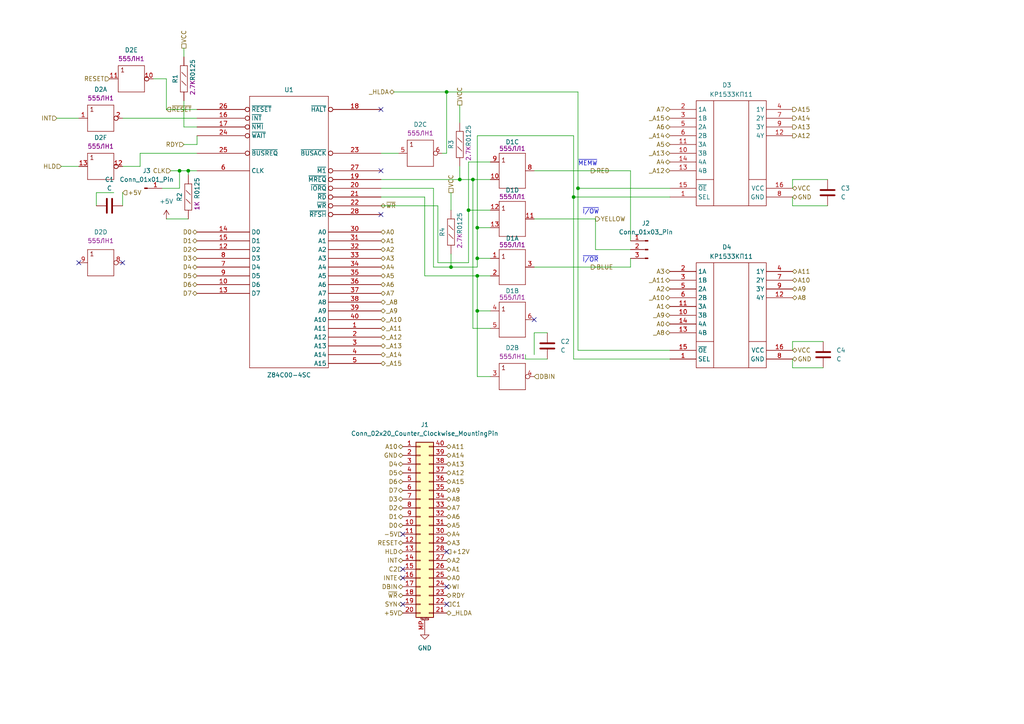
<source format=kicad_sch>
(kicad_sch (version 20250114) (generator "eeschema") (generator_version "9.0")
  (paper "A4")
  (lib_symbols
    (symbol "Connector:Conn_01x01_Pin" (pin_names (offset 1.016) (hide yes))
      (property "Reference" "J" (at 0 2.54 0))
      (property "Value" "Conn_01x01_Pin" (at 0 -2.54 0))
      (symbol "Conn_01x01_Pin_1_1"
        (rectangle (start 0.8636 0.127) (end 0 -0.127) (stroke (width 0.1524)) (fill (type outline)))
        (polyline (pts (xy 1.27 0) (xy 0.8636 0)) (stroke (width 0.1524)))
        (pin passive line (at 5.08 0 180) (length 3.81) (name "Pin_1") (number "1"))
      )
    )
    (symbol "Connector:Conn_01x03_Pin" (pin_names (offset 1.016) (hide yes))
      (property "Reference" "J" (at 0 5.08 0))
      (property "Value" "Conn_01x03_Pin" (at 0 -5.08 0))
      (symbol "Conn_01x03_Pin_1_1"
        (rectangle (start 0.8636 2.667) (end 0 2.413) (stroke (width 0.1524)) (fill (type outline)))
        (rectangle (start 0.8636 0.127) (end 0 -0.127) (stroke (width 0.1524)) (fill (type outline)))
        (rectangle (start 0.8636 -2.413) (end 0 -2.667) (stroke (width 0.1524)) (fill (type outline)))
        (polyline (pts (xy 1.27 2.54) (xy 0.8636 2.54)) (stroke (width 0.1524)))
        (polyline (pts (xy 1.27 0) (xy 0.8636 0)) (stroke (width 0.1524)))
        (polyline (pts (xy 1.27 -2.54) (xy 0.8636 -2.54)) (stroke (width 0.1524)))
        (pin passive line (at 5.08 2.54 180) (length 3.81) (name "Pin_1") (number "1"))
        (pin passive line (at 5.08 0 180) (length 3.81) (name "Pin_2") (number "2"))
        (pin passive line (at 5.08 -2.54 180) (length 3.81) (name "Pin_3") (number "3"))
      )
    )
    (symbol "Connector_Generic_MountingPin:Conn_02x20_Counter_Clockwise_MountingPin" (pin_names (offset 1.016) (hide yes))
      (property "Reference" "J3" (at 1.27 29.21 0))
      (property "Value" "Conn_02x20_Counter_Clockwise_MountingPin" (at 1.27 26.67 0))
      (symbol "Conn_02x20_Counter_Clockwise_MountingPin_1_1"
        (rectangle (start -1.27 24.13) (end 3.81 -26.67) (stroke (width 0.254)) (fill (type background)))
        (rectangle (start -1.27 22.987) (end 0 22.733) (stroke (width 0.1524)))
        (rectangle (start -1.27 20.447) (end 0 20.193) (stroke (width 0.1524)))
        (rectangle (start -1.27 17.907) (end 0 17.653) (stroke (width 0.1524)))
        (rectangle (start -1.27 15.367) (end 0 15.113) (stroke (width 0.1524)))
        (rectangle (start -1.27 12.827) (end 0 12.573) (stroke (width 0.1524)))
        (rectangle (start -1.27 10.287) (end 0 10.033) (stroke (width 0.1524)))
        (rectangle (start -1.27 7.747) (end 0 7.493) (stroke (width 0.1524)))
        (rectangle (start -1.27 5.207) (end 0 4.953) (stroke (width 0.1524)))
        (rectangle (start -1.27 2.667) (end 0 2.413) (stroke (width 0.1524)))
        (rectangle (start -1.27 0.127) (end 0 -0.127) (stroke (width 0.1524)))
        (rectangle (start -1.27 -2.413) (end 0 -2.667) (stroke (width 0.1524)))
        (rectangle (start -1.27 -4.953) (end 0 -5.207) (stroke (width 0.1524)))
        (rectangle (start -1.27 -7.493) (end 0 -7.747) (stroke (width 0.1524)))
        (rectangle (start -1.27 -10.033) (end 0 -10.287) (stroke (width 0.1524)))
        (rectangle (start -1.27 -12.573) (end 0 -12.827) (stroke (width 0.1524)))
        (rectangle (start -1.27 -15.113) (end 0 -15.367) (stroke (width 0.1524)))
        (rectangle (start -1.27 -17.653) (end 0 -17.907) (stroke (width 0.1524)))
        (rectangle (start -1.27 -20.193) (end 0 -20.447) (stroke (width 0.1524)))
        (rectangle (start -1.27 -22.733) (end 0 -22.987) (stroke (width 0.1524)))
        (rectangle (start -1.27 -25.273) (end 0 -25.527) (stroke (width 0.1524)))
        (polyline (pts (xy 0.254 -27.432) (xy 2.286 -27.432)) (stroke (width 0.1524)))
        (rectangle (start 3.81 22.987) (end 2.54 22.733) (stroke (width 0.1524)))
        (rectangle (start 3.81 20.447) (end 2.54 20.193) (stroke (width 0.1524)))
        (rectangle (start 3.81 17.907) (end 2.54 17.653) (stroke (width 0.1524)))
        (rectangle (start 3.81 15.367) (end 2.54 15.113) (stroke (width 0.1524)))
        (rectangle (start 3.81 12.827) (end 2.54 12.573) (stroke (width 0.1524)))
        (rectangle (start 3.81 10.287) (end 2.54 10.033) (stroke (width 0.1524)))
        (rectangle (start 3.81 7.747) (end 2.54 7.493) (stroke (width 0.1524)))
        (rectangle (start 3.81 5.207) (end 2.54 4.953) (stroke (width 0.1524)))
        (rectangle (start 3.81 2.667) (end 2.54 2.413) (stroke (width 0.1524)))
        (rectangle (start 3.81 0.127) (end 2.54 -0.127) (stroke (width 0.1524)))
        (rectangle (start 3.81 -2.413) (end 2.54 -2.667) (stroke (width 0.1524)))
        (rectangle (start 3.81 -4.953) (end 2.54 -5.207) (stroke (width 0.1524)))
        (rectangle (start 3.81 -7.493) (end 2.54 -7.747) (stroke (width 0.1524)))
        (rectangle (start 3.81 -10.033) (end 2.54 -10.287) (stroke (width 0.1524)))
        (rectangle (start 3.81 -12.573) (end 2.54 -12.827) (stroke (width 0.1524)))
        (rectangle (start 3.81 -15.113) (end 2.54 -15.367) (stroke (width 0.1524)))
        (rectangle (start 3.81 -17.653) (end 2.54 -17.907) (stroke (width 0.1524)))
        (rectangle (start 3.81 -20.193) (end 2.54 -20.447) (stroke (width 0.1524)))
        (rectangle (start 3.81 -22.733) (end 2.54 -22.987) (stroke (width 0.1524)))
        (rectangle (start 3.81 -25.273) (end 2.54 -25.527) (stroke (width 0.1524)))
        (text "Mounting" (at 1.27 -27.051 0) (effects (font (size 0.381 0.381))))
        (pin passive line (at -5.08 22.86 0) (length 3.81) (name "Pin_1") (number "1"))
        (pin power_out line (at -5.08 20.32 0) (length 3.81) (name "Pin_2") (number "2"))
        (pin passive line (at -5.08 17.78 0) (length 3.81) (name "Pin_3") (number "3"))
        (pin passive line (at -5.08 15.24 0) (length 3.81) (name "Pin_4") (number "4"))
        (pin passive line (at -5.08 12.7 0) (length 3.81) (name "Pin_5") (number "5"))
        (pin passive line (at -5.08 10.16 0) (length 3.81) (name "Pin_6") (number "6"))
        (pin passive line (at -5.08 7.62 0) (length 3.81) (name "Pin_7") (number "7"))
        (pin passive line (at -5.08 5.08 0) (length 3.81) (name "Pin_8") (number "8"))
        (pin passive line (at -5.08 2.54 0) (length 3.81) (name "Pin_9") (number "9"))
        (pin passive line (at -5.08 0 0) (length 3.81) (name "Pin_10") (number "10"))
        (pin power_out line (at -5.08 -2.54 0) (length 3.81) (name "Pin_11") (number "11"))
        (pin passive line (at -5.08 -5.08 0) (length 3.81) (name "Pin_12") (number "12"))
        (pin passive line (at -5.08 -7.62 0) (length 3.81) (name "Pin_13") (number "13"))
        (pin passive line (at -5.08 -10.16 0) (length 3.81) (name "Pin_14") (number "14"))
        (pin passive line (at -5.08 -12.7 0) (length 3.81) (name "Pin_15") (number "15"))
        (pin passive line (at -5.08 -15.24 0) (length 3.81) (name "Pin_16") (number "16"))
        (pin passive line (at -5.08 -17.78 0) (length 3.81) (name "Pin_17") (number "17"))
        (pin passive line (at -5.08 -20.32 0) (length 3.81) (name "Pin_18") (number "18"))
        (pin passive line (at -5.08 -22.86 0) (length 3.81) (name "Pin_19") (number "19"))
        (pin power_out line (at -5.08 -25.4 0) (length 3.81) (name "Pin_20") (number "20"))
        (pin passive line (at 1.27 -30.48 90) (length 3.048) (name "MountPin") (number "MP"))
        (pin passive line (at 7.62 22.86 180) (length 3.81) (name "Pin_40") (number "40"))
        (pin passive line (at 7.62 20.32 180) (length 3.81) (name "Pin_39") (number "39"))
        (pin passive line (at 7.62 17.78 180) (length 3.81) (name "Pin_38") (number "38"))
        (pin passive line (at 7.62 15.24 180) (length 3.81) (name "Pin_37") (number "37"))
        (pin passive line (at 7.62 12.7 180) (length 3.81) (name "Pin_36") (number "36"))
        (pin passive line (at 7.62 10.16 180) (length 3.81) (name "Pin_35") (number "35"))
        (pin passive line (at 7.62 7.62 180) (length 3.81) (name "Pin_34") (number "34"))
        (pin passive line (at 7.62 5.08 180) (length 3.81) (name "Pin_33") (number "33"))
        (pin passive line (at 7.62 2.54 180) (length 3.81) (name "Pin_32") (number "32"))
        (pin passive line (at 7.62 0 180) (length 3.81) (name "Pin_31") (number "31"))
        (pin passive line (at 7.62 -2.54 180) (length 3.81) (name "Pin_30") (number "30"))
        (pin passive line (at 7.62 -5.08 180) (length 3.81) (name "Pin_29") (number "29"))
        (pin power_out line (at 7.62 -7.62 180) (length 3.81) (name "Pin_28") (number "28"))
        (pin passive line (at 7.62 -10.16 180) (length 3.81) (name "Pin_27") (number "27"))
        (pin passive line (at 7.62 -12.7 180) (length 3.81) (name "Pin_26") (number "26"))
        (pin passive line (at 7.62 -15.24 180) (length 3.81) (name "Pin_25") (number "25"))
        (pin passive line (at 7.62 -17.78 180) (length 3.81) (name "Pin_24") (number "24"))
        (pin passive line (at 7.62 -20.32 180) (length 3.81) (name "Pin_23") (number "23"))
        (pin passive line (at 7.62 -22.86 180) (length 3.81) (name "Pin_22") (number "22"))
        (pin passive line (at 7.62 -25.4 180) (length 3.81) (name "Pin_21") (number "21"))
      )
    )
    (symbol "Device:C" (pin_numbers (hide yes)) (pin_names (offset 0.254))
      (property "Reference" "C" (at 0.635 2.54 0))
      (property "Value" "C" (at 0.635 -2.54 0))
      (symbol "C_0_1"
        (polyline (pts (xy -2.032 0.762) (xy 2.032 0.762)) (stroke (width 0.508)))
        (polyline (pts (xy -2.032 -0.762) (xy 2.032 -0.762)) (stroke (width 0.508)))
      )
      (symbol "C_1_1"
        (pin passive line (at 0 3.81 270) (length 2.794) (name "~") (number "1"))
        (pin passive line (at 0 -3.81 90) (length 2.794) (name "~") (number "2"))
      )
    )
    (symbol "Pico-altium-import:root_0_133LL1_*"
      (property "Reference" "D4" (at 6.35 10.16 0))
      (property "ALTIUM_VALUE" "555ЛЛ1" (at 6.35 8.255 0))
      (symbol "root_0_133LL1_*_0_0"
        (pin power_in line (at 10.16 -7.62 90) (length 7.62) (hide yes) (name "GND") (number "7"))
        (pin power_in line (at 12.7 -7.62 90) (length 7.62) (hide yes) (name "VCC") (number "14"))
      )
      (symbol "root_0_133LL1_*_1_0"
        (polyline (pts (xy 2.54 7.62) (xy 10.16 7.62)))
        (polyline (pts (xy 2.54 -2.54) (xy 2.54 7.62)))
        (polyline (pts (xy 10.16 7.62) (xy 10.16 -2.54)))
        (polyline (pts (xy 10.16 -2.54) (xy 2.54 -2.54)))
        (text "1" (at 3.81 6.35 0) (effects (font (size 1.27 1.27)) (justify top)))
        (pin input line (at 0 5.08 0) (length 2.54) (name "A") (number "1"))
        (pin input line (at 0 0 0) (length 2.54) (name "B") (number "2"))
        (pin output line (at 12.7 2.54 180) (length 2.54) (name "Y") (number "3"))
      )
      (symbol "root_0_133LL1_*_2_0"
        (polyline (pts (xy 2.54 7.62) (xy 10.16 7.62)))
        (polyline (pts (xy 2.54 -2.54) (xy 2.54 7.62)))
        (polyline (pts (xy 10.16 7.62) (xy 10.16 -2.54)))
        (polyline (pts (xy 10.16 -2.54) (xy 2.54 -2.54)))
        (text "1" (at 3.81 6.35 0) (effects (font (size 1.27 1.27)) (justify top)))
        (pin input line (at 0 5.08 0) (length 2.54) (name "A") (number "4"))
        (pin input line (at 0 0 0) (length 2.54) (name "B") (number "5"))
        (pin output line (at 12.7 2.54 180) (length 2.54) (name "Y") (number "6"))
      )
      (symbol "root_0_133LL1_*_3_0"
        (polyline (pts (xy 2.54 7.62) (xy 10.16 7.62)))
        (polyline (pts (xy 2.54 -2.54) (xy 2.54 7.62)))
        (polyline (pts (xy 10.16 7.62) (xy 10.16 -2.54)))
        (polyline (pts (xy 10.16 -2.54) (xy 2.54 -2.54)))
        (text "1" (at 3.81 6.35 0) (effects (font (size 1.27 1.27)) (justify top)))
        (pin input line (at 0 5.08 0) (length 2.54) (name "A") (number "9"))
        (pin input line (at 0 0 0) (length 2.54) (name "B") (number "10"))
        (pin output line (at 12.7 2.54 180) (length 2.54) (name "Y") (number "8"))
      )
      (symbol "root_0_133LL1_*_4_0"
        (polyline (pts (xy 2.54 7.62) (xy 10.16 7.62)))
        (polyline (pts (xy 2.54 -2.54) (xy 2.54 7.62)))
        (polyline (pts (xy 10.16 7.62) (xy 10.16 -2.54)))
        (polyline (pts (xy 10.16 -2.54) (xy 2.54 -2.54)))
        (text "1" (at 3.81 6.35 0) (effects (font (size 1.27 1.27)) (justify top)))
        (pin input line (at 0 5.08 0) (length 2.54) (name "A") (number "12"))
        (pin input line (at 0 0 0) (length 2.54) (name "B") (number "13"))
        (pin output line (at 12.7 2.54 180) (length 2.54) (name "Y") (number "11"))
      )
    )
    (symbol "Pico-altium-import:root_0_133LN1_*"
      (property "Reference" "D5" (at 6.35 7.62 0))
      (property "ALTIUM_VALUE" "555ЛН1" (at 6.35 5.08 0))
      (symbol "root_0_133LN1_*_0_0"
        (pin power_in line (at 10.16 -7.62 90) (length 7.62) (hide yes) (name "GND") (number "7"))
        (pin power_in line (at 12.7 -7.62 90) (length 7.62) (hide yes) (name "VCC") (number "14"))
      )
      (symbol "root_0_133LN1_*_1_0"
        (polyline (pts (xy 2.54 3.81) (xy 10.16 3.81)))
        (polyline (pts (xy 2.54 -3.81) (xy 2.54 3.81)))
        (polyline (pts (xy 10.16 3.81) (xy 10.16 -3.81)))
        (polyline (pts (xy 10.16 -3.81) (xy 2.54 -3.81)))
        (text "1" (at 3.81 2.54 0) (effects (font (size 1.27 1.27))))
        (pin input line (at 0 0 0) (length 2.54) (name "A") (number "1"))
        (pin output inverted (at 12.7 0 180) (length 2.54) (name "Y") (number "2"))
      )
      (symbol "root_0_133LN1_*_2_0"
        (polyline (pts (xy 2.54 3.81) (xy 10.16 3.81)))
        (polyline (pts (xy 2.54 -3.81) (xy 2.54 3.81)))
        (polyline (pts (xy 10.16 3.81) (xy 10.16 -3.81)))
        (polyline (pts (xy 10.16 -3.81) (xy 2.54 -3.81)))
        (text "1" (at 3.81 2.54 0) (effects (font (size 1.27 1.27))))
        (pin input line (at 0 0 0) (length 2.54) (name "A") (number "3"))
        (pin output inverted (at 12.7 0 180) (length 2.54) (name "Y") (number "4"))
      )
      (symbol "root_0_133LN1_*_3_0"
        (polyline (pts (xy 2.54 3.81) (xy 10.16 3.81)))
        (polyline (pts (xy 2.54 -3.81) (xy 2.54 3.81)))
        (polyline (pts (xy 10.16 3.81) (xy 10.16 -3.81)))
        (polyline (pts (xy 10.16 -3.81) (xy 2.54 -3.81)))
        (text "1" (at 3.81 2.54 0) (effects (font (size 1.27 1.27))))
        (pin input line (at 0 0 0) (length 2.54) (name "A") (number "5"))
        (pin output inverted (at 12.7 0 180) (length 2.54) (name "Y") (number "6"))
      )
      (symbol "root_0_133LN1_*_4_0"
        (polyline (pts (xy 2.54 3.81) (xy 10.16 3.81)))
        (polyline (pts (xy 2.54 -3.81) (xy 2.54 3.81)))
        (polyline (pts (xy 10.16 3.81) (xy 10.16 -3.81)))
        (polyline (pts (xy 10.16 -3.81) (xy 2.54 -3.81)))
        (text "1" (at 3.81 2.54 0) (effects (font (size 1.27 1.27))))
        (pin input line (at 0 0 0) (length 2.54) (name "A") (number "9"))
        (pin output inverted (at 12.7 0 180) (length 2.54) (name "Y") (number "8"))
      )
      (symbol "root_0_133LN1_*_5_0"
        (polyline (pts (xy 2.54 3.81) (xy 10.16 3.81)))
        (polyline (pts (xy 2.54 -3.81) (xy 2.54 3.81)))
        (polyline (pts (xy 10.16 3.81) (xy 10.16 -3.81)))
        (polyline (pts (xy 10.16 -3.81) (xy 2.54 -3.81)))
        (text "1" (at 3.81 2.54 0) (effects (font (size 1.27 1.27))))
        (pin input line (at 0 0 0) (length 2.54) (name "A") (number "11"))
        (pin output inverted (at 12.7 0 180) (length 2.54) (name "Y") (number "10"))
      )
      (symbol "root_0_133LN1_*_6_0"
        (polyline (pts (xy 2.54 3.81) (xy 10.16 3.81)))
        (polyline (pts (xy 2.54 -3.81) (xy 2.54 3.81)))
        (polyline (pts (xy 10.16 3.81) (xy 10.16 -3.81)))
        (polyline (pts (xy 10.16 -3.81) (xy 2.54 -3.81)))
        (text "1" (at 3.81 2.54 0) (effects (font (size 1.27 1.27))))
        (pin input line (at 0 0 0) (length 2.54) (name "A") (number "13"))
        (pin output inverted (at 12.7 0 180) (length 2.54) (name "Y") (number "12"))
      )
    )
    (symbol "Pico-altium-import:root_0_KR1533KP11_*"
      (property "Reference" "D4" (at 16.51 31.75 0))
      (property "Value" "КР1533КП11" (at 17.78 30.48 0))
      (symbol "root_0_KR1533KP11_*_1_0"
        (polyline (pts (xy 7.62 27.94) (xy 27.94 27.94)))
        (polyline (pts (xy 7.62 5.08) (xy 12.7 5.08)))
        (polyline (pts (xy 7.62 -2.54) (xy 7.62 27.94)))
        (polyline (pts (xy 12.7 -2.54) (xy 12.7 27.94)))
        (polyline (pts (xy 22.86 27.94) (xy 22.86 -2.54)))
        (polyline (pts (xy 22.86 5.08) (xy 27.94 5.08)))
        (polyline (pts (xy 27.94 27.94) (xy 27.94 -2.54)))
        (polyline (pts (xy 27.94 -2.54) (xy 7.62 -2.54)))
        (pin passive line (at 0 25.4 0) (length 7.62) (name "1A") (number "2"))
        (pin passive line (at 0 22.86 0) (length 7.62) (name "1B") (number "3"))
        (pin passive line (at 0 20.32 0) (length 7.62) (name "2A") (number "5"))
        (pin passive line (at 0 17.78 0) (length 7.62) (name "2B") (number "6"))
        (pin passive line (at 0 15.24 0) (length 7.62) (name "3A") (number "11"))
        (pin passive line (at 0 12.7 0) (length 7.62) (name "3B") (number "10"))
        (pin passive line (at 0 10.16 0) (length 7.62) (name "4A") (number "14"))
        (pin passive line (at 0 7.62 0) (length 7.62) (name "4B") (number "13"))
        (pin passive line (at 0 2.54 0) (length 7.62) (name "~{OE}") (number "15"))
        (pin passive line (at 0 0 0) (length 7.62) (name "SEL") (number "1"))
        (pin passive line (at 35.56 25.4 180) (length 7.62) (name "1Y") (number "4"))
        (pin passive line (at 35.56 22.86 180) (length 7.62) (name "2Y") (number "7"))
        (pin passive line (at 35.56 20.32 180) (length 7.62) (name "3Y") (number "9"))
        (pin passive line (at 35.56 17.78 180) (length 7.62) (name "4Y") (number "12"))
        (pin passive line (at 35.56 2.54 180) (length 7.62) (name "VCC") (number "16"))
        (pin passive line (at 35.56 0 180) (length 7.62) (name "GND") (number "8"))
      )
    )
    (symbol "Pico-altium-import:root_0_Z84C00-4SC_*"
      (property "Reference" "U6" (at 26.67 58.319 0))
      (property "Value" "Z84C00-4SC" (at 26.67 -22.961 0))
      (symbol "root_0_Z84C00-4SC_*_0_0"
        (pin power_in line (at 10.16 -7.62 90) (length 7.62) (hide yes) (name "VCC") (number "11"))
        (pin power_in line (at 12.7 -7.62 90) (length 7.62) (hide yes) (name "GND") (number "29"))
      )
      (symbol "root_0_Z84C00-4SC_*_1_0"
        (polyline (pts (xy 15.24 57.15) (xy 38.1 57.15)))
        (polyline (pts (xy 15.24 -21.59) (xy 15.24 57.15)))
        (polyline (pts (xy 38.1 57.15) (xy 38.1 -21.59)))
        (polyline (pts (xy 38.1 -21.59) (xy 15.24 -21.59)))
        (pin input inverted (at 0 53.34 0) (length 15.24) (name "~{RESET}") (number "26"))
        (pin input inverted (at 0 50.8 0) (length 15.24) (name "~{INT}") (number "16"))
        (pin input inverted (at 0 48.26 0) (length 15.24) (name "~{NMI}") (number "17"))
        (pin input inverted (at 0 45.72 0) (length 15.24) (name "~{WAIT}") (number "24"))
        (pin input inverted (at 0 40.64 0) (length 15.24) (name "~{BUSREQ}") (number "25"))
        (pin input line (at 0 35.56 0) (length 15.24) (name "CLK") (number "6"))
        (pin bidirectional line (at 0 17.78 0) (length 15.24) (name "D0") (number "14"))
        (pin bidirectional line (at 0 15.24 0) (length 15.24) (name "D1") (number "15"))
        (pin bidirectional line (at 0 12.7 0) (length 15.24) (name "D2") (number "12"))
        (pin bidirectional line (at 0 10.16 0) (length 15.24) (name "D3") (number "8"))
        (pin bidirectional line (at 0 7.62 0) (length 15.24) (name "D4") (number "7"))
        (pin bidirectional line (at 0 5.08 0) (length 15.24) (name "D5") (number "9"))
        (pin bidirectional line (at 0 2.54 0) (length 15.24) (name "D6") (number "10"))
        (pin bidirectional line (at 0 0 0) (length 15.24) (name "D7") (number "13"))
        (pin output inverted (at 53.34 53.34 180) (length 15.24) (name "~{HALT}") (number "18"))
        (pin output inverted (at 53.34 40.64 180) (length 15.24) (name "~{BUSACK}") (number "23"))
        (pin output inverted (at 53.34 35.56 180) (length 15.24) (name "~{M1}") (number "27"))
        (pin output inverted (at 53.34 33.02 180) (length 15.24) (name "~{MREQ}") (number "19"))
        (pin output inverted (at 53.34 30.48 180) (length 15.24) (name "~{IORQ}") (number "20"))
        (pin output inverted (at 53.34 27.94 180) (length 15.24) (name "~{RD}") (number "21"))
        (pin output inverted (at 53.34 25.4 180) (length 15.24) (name "~{WR}") (number "22"))
        (pin output inverted (at 53.34 22.86 180) (length 15.24) (name "~{RFSH}") (number "28"))
        (pin output line (at 53.34 17.78 180) (length 15.24) (name "A0") (number "30"))
        (pin output line (at 53.34 15.24 180) (length 15.24) (name "A1") (number "31"))
        (pin output line (at 53.34 12.7 180) (length 15.24) (name "A2") (number "32"))
        (pin output line (at 53.34 10.16 180) (length 15.24) (name "A3") (number "33"))
        (pin output line (at 53.34 7.62 180) (length 15.24) (name "A4") (number "34"))
        (pin output line (at 53.34 5.08 180) (length 15.24) (name "A5") (number "35"))
        (pin output line (at 53.34 2.54 180) (length 15.24) (name "A6") (number "36"))
        (pin output line (at 53.34 0 180) (length 15.24) (name "A7") (number "37"))
        (pin output line (at 53.34 -2.54 180) (length 15.24) (name "A8") (number "38"))
        (pin output line (at 53.34 -5.08 180) (length 15.24) (name "A9") (number "39"))
        (pin output line (at 53.34 -7.62 180) (length 15.24) (name "A10") (number "40"))
        (pin output line (at 53.34 -10.16 180) (length 15.24) (name "A11") (number "1"))
        (pin output line (at 53.34 -12.7 180) (length 15.24) (name "A12") (number "2"))
        (pin output line (at 53.34 -15.24 180) (length 15.24) (name "A13") (number "3"))
        (pin output line (at 53.34 -17.78 180) (length 15.24) (name "A14") (number "4"))
        (pin output line (at 53.34 -20.32 180) (length 15.24) (name "A15") (number "5"))
      )
    )
    (symbol "Pico-altium-import:root_1_R0125_*" (pin_numbers (hide yes)) (pin_names (hide yes))
      (symbol "root_1_R0125_*_1_0"
        (polyline (pts (xy -1.016 2.54) (xy -1.016 10.16)))
        (polyline (pts (xy 0.635 6.985) (xy -0.635 8.255)))
        (polyline (pts (xy 0.635 4.445) (xy -0.635 5.715)))
        (polyline (pts (xy 1.016 10.16) (xy -1.016 10.16)))
        (polyline (pts (xy 1.016 10.16) (xy 1.016 2.54)))
        (polyline (pts (xy 1.016 2.54) (xy -1.016 2.54)))
        (pin passive line (at 0 12.7 270) (length 2.54) (name "BOT") (number "2"))
        (pin passive line (at 0 0 90) (length 2.54) (name "TOP") (number "1"))
      )
    )
    (symbol "power:+5V" (power) (pin_numbers (hide yes)) (pin_names (offset 0) (hide yes))
      (property "Value" "+5V" (at 0 3.556 0))
      (symbol "+5V_0_1"
        (polyline (pts (xy -0.762 1.27) (xy 0 2.54)))
        (polyline (pts (xy 0 2.54) (xy 0.762 1.27)))
        (polyline (pts (xy 0 0) (xy 0 2.54)))
      )
      (symbol "+5V_1_1"
        (pin power_in line (at 0 0 90) (length 0) (name "~") (number "1"))
      )
    )
    (symbol "power:GND" (power) (pin_numbers (hide yes)) (pin_names (offset 0) (hide yes))
      (property "Value" "GND" (at 0 -3.81 0))
      (symbol "GND_0_1"
        (polyline (pts (xy 0 0) (xy 0 -1.27) (xy 1.27 -1.27) (xy 0 -2.54) (xy -1.27 -1.27) (xy 0 -1.27)))
      )
      (symbol "GND_1_1"
        (pin power_in line (at 0 0 270) (length 0) (name "~") (number "1"))
      )
    )
  )
  (text "~{I/OW}" (at 168.91 62.23 0) (effects (font (size 1.27 1.27)) (justify left bottom)))
  (text "~{I/OR}" (at 168.91 76.2 0) (effects (font (size 1.27 1.27)) (justify left bottom)))
  (text "~{MEMW}" (at 167.64 48.26 0) (effects (font (size 1.27 1.27)) (justify left bottom)))
  (junction (at 135.89 60.96))
  (junction (at 138.43 74.93))
  (junction (at 138.43 90.17))
  (junction (at 133.35 52.07))
  (junction (at 166.37 57.15))
  (junction (at 138.43 66.04))
  (junction (at 130.81 77.47))
  (junction (at 54.61 49.53))
  (junction (at 138.43 80.01))
  (junction (at 167.64 54.61))
  (junction (at 137.16 52.07))
  (junction (at 52.07 49.53))
  (junction (at 129.54 26.67))
  (no_connect (at 129.54 170.18))
  (no_connect (at 129.54 160.02))
  (no_connect (at 116.84 167.64))
  (no_connect (at 116.84 165.1))
  (no_connect (at 116.84 154.94))
  (no_connect (at 110.49 62.23))
  (no_connect (at 22.86 76.2))
  (no_connect (at 110.49 49.53))
  (no_connect (at 35.56 76.2))
  (no_connect (at 129.54 175.26))
  (no_connect (at 110.49 31.75))
  (no_connect (at 116.84 175.26))
  (no_connect (at 154.94 92.71))
  (wire (pts (xy 138.43 74.93) (xy 142.24 74.93)))
  (wire (pts (xy 35.56 55.88) (xy 35.56 59.69)))
  (wire (pts (xy 137.16 52.07) (xy 142.24 52.07)))
  (wire (pts (xy 133.35 48.26) (xy 133.35 52.07)))
  (wire (pts (xy 57.15 39.37) (xy 57.15 41.91)))
  (wire (pts (xy 44.45 22.86) (xy 48.26 22.86)))
  (wire (pts (xy 182.88 49.53) (xy 182.88 69.85)))
  (wire (pts (xy 130.81 60.96) (xy 130.81 55.88)))
  (wire (pts (xy 152.4 104.14) (xy 158.75 104.14)))
  (wire (pts (xy 229.87 106.68) (xy 229.87 104.14)))
  (wire (pts (xy 240.03 59.69) (xy 229.87 59.69)))
  (wire (pts (xy 238.76 106.68) (xy 229.87 106.68)))
  (wire (pts (xy 110.49 59.69) (xy 127 59.69)))
  (wire (pts (xy 110.49 57.15) (xy 123.19 57.15)))
  (wire (pts (xy 54.61 49.53) (xy 54.61 50.8)))
  (wire (pts (xy 158.75 96.52) (xy 154.94 96.52)))
  (wire (pts (xy 110.49 44.45) (xy 115.57 44.45)))
  (wire (pts (xy 53.34 16.51) (xy 53.34 13.97)))
  (wire (pts (xy 49.53 49.53) (xy 52.07 49.53)))
  (wire (pts (xy 138.43 80.01) (xy 138.43 90.17)))
  (wire (pts (xy 138.43 90.17) (xy 138.43 109.22)))
  (wire (pts (xy 166.37 57.15) (xy 166.37 104.14)))
  (wire (pts (xy 166.37 39.37) (xy 166.37 57.15)))
  (wire (pts (xy 130.81 77.47) (xy 130.81 73.66)))
  (wire (pts (xy 123.19 57.15) (xy 123.19 80.01)))
  (wire (pts (xy 48.26 31.75) (xy 57.15 31.75)))
  (wire (pts (xy 129.54 26.67) (xy 167.64 26.67)))
  (wire (pts (xy 16.51 34.29) (xy 22.86 34.29)))
  (wire (pts (xy 135.89 46.99) (xy 142.24 46.99)))
  (wire (pts (xy 138.43 66.04) (xy 138.43 74.93)))
  (wire (pts (xy 135.89 76.2) (xy 127 76.2)))
  (wire (pts (xy 48.26 63.5) (xy 54.61 63.5)))
  (wire (pts (xy 48.26 22.86) (xy 48.26 31.75)))
  (wire (pts (xy 40.64 44.45) (xy 57.15 44.45)))
  (wire (pts (xy 229.87 52.07) (xy 229.87 54.61)))
  (wire (pts (xy 35.56 48.26) (xy 40.64 48.26)))
  (wire (pts (xy 135.89 60.96) (xy 142.24 60.96)))
  (wire (pts (xy 240.03 52.07) (xy 229.87 52.07)))
  (wire (pts (xy 166.37 57.15) (xy 194.31 57.15)))
  (wire (pts (xy 33.02 55.88) (xy 27.94 55.88)))
  (wire (pts (xy 172.72 72.39) (xy 182.88 72.39)))
  (wire (pts (xy 137.16 52.07) (xy 137.16 95.25)))
  (wire (pts (xy 229.87 59.69) (xy 229.87 57.15)))
  (wire (pts (xy 154.94 77.47) (xy 182.88 77.47)))
  (wire (pts (xy 125.73 77.47) (xy 130.81 77.47)))
  (wire (pts (xy 194.31 54.61) (xy 167.64 54.61)))
  (wire (pts (xy 53.34 36.83) (xy 53.34 29.21)))
  (wire (pts (xy 128.27 44.45) (xy 129.54 44.45)))
  (wire (pts (xy 110.49 54.61) (xy 125.73 54.61)))
  (wire (pts (xy 154.94 63.5) (xy 172.72 63.5)))
  (wire (pts (xy 52.07 49.53) (xy 54.61 49.53)))
  (wire (pts (xy 152.4 102.87) (xy 152.4 104.14)))
  (wire (pts (xy 52.07 54.61) (xy 46.99 54.61)))
  (wire (pts (xy 138.43 39.37) (xy 166.37 39.37)))
  (wire (pts (xy 182.88 77.47) (xy 182.88 74.93)))
  (wire (pts (xy 167.64 54.61) (xy 167.64 101.6)))
  (wire (pts (xy 52.07 49.53) (xy 52.07 54.61)))
  (wire (pts (xy 238.76 99.06) (xy 229.87 99.06)))
  (wire (pts (xy 57.15 36.83) (xy 53.34 36.83)))
  (wire (pts (xy 133.35 52.07) (xy 110.49 52.07)))
  (wire (pts (xy 135.89 60.96) (xy 135.89 76.2)))
  (wire (pts (xy 229.87 99.06) (xy 229.87 101.6)))
  (wire (pts (xy 154.94 49.53) (xy 182.88 49.53)))
  (wire (pts (xy 114.3 26.67) (xy 129.54 26.67)))
  (wire (pts (xy 17.78 48.26) (xy 22.86 48.26)))
  (wire (pts (xy 54.61 49.53) (xy 57.15 49.53)))
  (wire (pts (xy 167.64 26.67) (xy 167.64 54.61)))
  (wire (pts (xy 167.64 101.6) (xy 194.31 101.6)))
  (wire (pts (xy 138.43 90.17) (xy 142.24 90.17)))
  (wire (pts (xy 125.73 54.61) (xy 125.73 77.47)))
  (wire (pts (xy 40.64 48.26) (xy 40.64 44.45)))
  (wire (pts (xy 129.54 44.45) (xy 129.54 26.67)))
  (wire (pts (xy 133.35 35.56) (xy 133.35 30.48)))
  (wire (pts (xy 138.43 66.04) (xy 142.24 66.04)))
  (wire (pts (xy 172.72 63.5) (xy 172.72 72.39)))
  (wire (pts (xy 133.35 52.07) (xy 137.16 52.07)))
  (wire (pts (xy 53.34 41.91) (xy 57.15 41.91)))
  (wire (pts (xy 166.37 104.14) (xy 194.31 104.14)))
  (wire (pts (xy 35.56 34.29) (xy 57.15 34.29)))
  (wire (pts (xy 27.94 55.88) (xy 27.94 59.69)))
  (wire (pts (xy 138.43 74.93) (xy 138.43 77.47)))
  (wire (pts (xy 138.43 39.37) (xy 138.43 66.04)))
  (wire (pts (xy 130.81 77.47) (xy 138.43 77.47)))
  (wire (pts (xy 138.43 109.22) (xy 142.24 109.22)))
  (wire (pts (xy 137.16 95.25) (xy 142.24 95.25)))
  (wire (pts (xy 138.43 80.01) (xy 142.24 80.01)))
  (wire (pts (xy 127 76.2) (xy 127 59.69)))
  (wire (pts (xy 154.94 96.52) (xy 154.94 102.87)))
  (wire (pts (xy 135.89 46.99) (xy 135.89 60.96)))
  (wire (pts (xy 123.19 80.01) (xy 138.43 80.01)))
  (hierarchical_label "RESET" (shape input) (at 31.75 22.86 180))
  (hierarchical_label "D6" (shape bidirectional) (at 116.84 139.7 180))
  (hierarchical_label "BLUE" (shape output) (at 171.45 77.47 0))
  (hierarchical_label "A1" (shape bidirectional) (at 194.31 88.9 180))
  (hierarchical_label "SYN" (shape bidirectional) (at 116.84 175.26 180))
  (hierarchical_label "A0" (shape bidirectional) (at 194.31 93.98 180))
  (hierarchical_label "A9" (shape bidirectional) (at 129.54 142.24 0))
  (hierarchical_label "A4" (shape bidirectional) (at 194.31 46.99 180))
  (hierarchical_label "_A14" (shape bidirectional) (at 110.49 102.87 0))
  (hierarchical_label "A1" (shape bidirectional) (at 110.49 69.85 0))
  (hierarchical_label "D2" (shape bidirectional) (at 57.15 72.39 180))
  (hierarchical_label "D7" (shape bidirectional) (at 57.15 85.09 180))
  (hierarchical_label "+5V" (shape input) (at 35.56 55.88 0))
  (hierarchical_label "VCC" (shape passive) (at 53.34 13.97 90))
  (hierarchical_label "C2" (shape input) (at 116.84 165.1 180))
  (hierarchical_label "D5" (shape bidirectional) (at 57.15 80.01 180))
  (hierarchical_label "_A13" (shape bidirectional) (at 110.49 100.33 0))
  (hierarchical_label "D7" (shape bidirectional) (at 116.84 142.24 180))
  (hierarchical_label "YELLOW" (shape output) (at 172.72 63.5 0))
  (hierarchical_label "RESET" (shape bidirectional) (at 116.84 157.48 180))
  (hierarchical_label "A5" (shape bidirectional) (at 129.54 152.4 0))
  (hierarchical_label "A0" (shape bidirectional) (at 110.49 67.31 0))
  (hierarchical_label "A5" (shape bidirectional) (at 194.31 41.91 180))
  (hierarchical_label "D5" (shape bidirectional) (at 116.84 137.16 180))
  (hierarchical_label "INTE" (shape bidirectional) (at 116.84 167.64 180))
  (hierarchical_label "_A10" (shape bidirectional) (at 194.31 86.36 180))
  (hierarchical_label "DBIN" (shape input) (at 154.94 109.22 0))
  (hierarchical_label "~{WR}" (shape bidirectional) (at 110.49 59.69 0))
  (hierarchical_label "VCC" (shape passive) (at 130.81 55.88 90))
  (hierarchical_label "A7" (shape bidirectional) (at 194.31 31.75 180))
  (hierarchical_label "A11" (shape bidirectional) (at 229.87 78.74 0))
  (hierarchical_label "~{WR}" (shape bidirectional) (at 116.84 172.72 180))
  (hierarchical_label "RDY" (shape bidirectional) (at 129.54 172.72 0))
  (hierarchical_label "A2" (shape bidirectional) (at 110.49 72.39 0))
  (hierarchical_label "GND" (shape bidirectional) (at 229.87 57.15 0))
  (hierarchical_label "A5" (shape bidirectional) (at 110.49 80.01 0))
  (hierarchical_label "_A15" (shape bidirectional) (at 110.49 105.41 0))
  (hierarchical_label "INT" (shape input) (at 16.51 34.29 180))
  (hierarchical_label "A13" (shape output) (at 229.87 36.83 0))
  (hierarchical_label "VCC" (shape bidirectional) (at 229.87 101.6 0))
  (hierarchical_label "+5V" (shape input) (at 116.84 177.8 180))
  (hierarchical_label "_HLDA" (shape bidirectional) (at 114.3 26.67 180))
  (hierarchical_label "+12V" (shape input) (at 129.54 160.02 0))
  (hierarchical_label "A3" (shape bidirectional) (at 194.31 78.74 180))
  (hierarchical_label "A7" (shape bidirectional) (at 129.54 147.32 0))
  (hierarchical_label "HLD" (shape bidirectional) (at 116.84 160.02 180))
  (hierarchical_label "_A13" (shape bidirectional) (at 194.31 44.45 180))
  (hierarchical_label "_A12" (shape bidirectional) (at 194.31 49.53 180))
  (hierarchical_label "A2" (shape bidirectional) (at 129.54 162.56 0))
  (hierarchical_label "_A9" (shape bidirectional) (at 110.49 90.17 0))
  (hierarchical_label "A10" (shape bidirectional) (at 116.84 129.54 180) (effects (font (thickness 0.1588))))
  (hierarchical_label "GND" (shape bidirectional) (at 229.87 104.14 0))
  (hierarchical_label "D3" (shape bidirectional) (at 57.15 74.93 180))
  (hierarchical_label "D0" (shape bidirectional) (at 116.84 152.4 180))
  (hierarchical_label "_A14" (shape bidirectional) (at 194.31 39.37 180))
  (hierarchical_label "A1" (shape bidirectional) (at 129.54 165.1 0))
  (hierarchical_label "A3" (shape bidirectional) (at 110.49 74.93 0))
  (hierarchical_label "D3" (shape bidirectional) (at 116.84 144.78 180))
  (hierarchical_label "A4" (shape bidirectional) (at 110.49 77.47 0))
  (hierarchical_label "RED" (shape output) (at 171.45 49.53 0))
  (hierarchical_label "DBIN" (shape bidirectional) (at 116.84 170.18 180))
  (hierarchical_label "A12" (shape bidirectional) (at 129.54 137.16 0))
  (hierarchical_label "D2" (shape bidirectional) (at 116.84 147.32 180))
  (hierarchical_label "A8" (shape bidirectional) (at 129.54 144.78 0))
  (hierarchical_label "A15" (shape output) (at 229.87 31.75 0))
  (hierarchical_label "_A8" (shape bidirectional) (at 194.31 96.52 180))
  (hierarchical_label "A14" (shape output) (at 229.87 34.29 0))
  (hierarchical_label "A3" (shape bidirectional) (at 129.54 157.48 0))
  (hierarchical_label "-5V" (shape input) (at 116.84 154.94 180))
  (hierarchical_label "_A9" (shape bidirectional) (at 194.31 91.44 180))
  (hierarchical_label "A7" (shape bidirectional) (at 110.49 85.09 0))
  (hierarchical_label "A6" (shape bidirectional) (at 129.54 149.86 0))
  (hierarchical_label "A4" (shape bidirectional) (at 129.54 154.94 0))
  (hierarchical_label "D4" (shape bidirectional) (at 116.84 134.62 180))
  (hierarchical_label "D0" (shape bidirectional) (at 57.15 67.31 180))
  (hierarchical_label "A2" (shape bidirectional) (at 194.31 83.82 180))
  (hierarchical_label "A6" (shape bidirectional) (at 110.49 82.55 0))
  (hierarchical_label "A0" (shape bidirectional) (at 129.54 167.64 0))
  (hierarchical_label "_HLDA" (shape bidirectional) (at 129.54 177.8 0))
  (hierarchical_label "A15" (shape bidirectional) (at 129.54 139.7 0))
  (hierarchical_label "_A11" (shape bidirectional) (at 110.49 95.25 0))
  (hierarchical_label "HLD" (shape input) (at 17.78 48.26 180))
  (hierarchical_label "D4" (shape bidirectional) (at 57.15 77.47 180))
  (hierarchical_label "VCC" (shape bidirectional) (at 229.87 54.61 0))
  (hierarchical_label "RDY" (shape input) (at 53.34 41.91 180))
  (hierarchical_label "~{RESET}" (shape input) (at 48.26 31.75 0))
  (hierarchical_label "_A11" (shape bidirectional) (at 194.31 81.28 180))
  (hierarchical_label "A10" (shape bidirectional) (at 229.87 81.28 0))
  (hierarchical_label "D1" (shape bidirectional) (at 57.15 69.85 180))
  (hierarchical_label "_A8" (shape bidirectional) (at 110.49 87.63 0))
  (hierarchical_label "A12" (shape output) (at 229.87 39.37 0))
  (hierarchical_label "D1" (shape bidirectional) (at 116.84 149.86 180))
  (hierarchical_label "GND" (shape bidirectional) (at 116.84 132.08 180))
  (hierarchical_label "C1" (shape input) (at 129.54 175.26 0))
  (hierarchical_label "_A15" (shape bidirectional) (at 194.31 34.29 180))
  (hierarchical_label "CLK" (shape input) (at 49.53 49.53 180))
  (hierarchical_label "D6" (shape bidirectional) (at 57.15 82.55 180))
  (hierarchical_label "A8" (shape bidirectional) (at 229.87 86.36 0))
  (hierarchical_label "WI" (shape bidirectional) (at 129.54 170.18 0))
  (hierarchical_label "VCC" (shape passive) (at 133.35 30.48 90))
  (hierarchical_label "_A10" (shape bidirectional) (at 110.49 92.71 0))
  (hierarchical_label "A9" (shape bidirectional) (at 229.87 83.82 0))
  (hierarchical_label "A11" (shape bidirectional) (at 129.54 129.54 0))
  (hierarchical_label "_A12" (shape bidirectional) (at 110.49 97.79 0))
  (hierarchical_label "A14" (shape bidirectional) (at 129.54 132.08 0))
  (hierarchical_label "A6" (shape bidirectional) (at 194.31 36.83 180))
  (hierarchical_label "A13" (shape bidirectional) (at 129.54 134.62 0))
  (hierarchical_label "INT" (shape bidirectional) (at 116.84 162.56 180))
  (symbol (lib_id "Pico-altium-import:root_1_R0125_*") (at 54.61 63.5 0) (unit 1)
    (property "Reference" "R2" (at 52.07 57.15 90))
    (property "Value" "R0125" (at 57.15 54.61 90))
    (property "Footprint" "Resistor_THT:R_Axial_DIN0411_L9.9mm_D3.6mm_P5.08mm_Vertical" (effects (hide yes)))
    (property "Description" "R0125" (effects (hide yes)))
    (property "ALTIUM_VALUE" "1K" (at 57.15 59.69 90))
  )
  (symbol (lib_id "Pico-altium-import:root_1_R0125_*") (at 133.35 48.26 0) (unit 1)
    (property "Reference" "R3" (at 130.81 41.91 90))
    (property "Value" "R0125" (at 135.89 39.37 90))
    (property "Footprint" "Resistor_THT:R_Axial_DIN0411_L9.9mm_D3.6mm_P5.08mm_Vertical" (effects (hide yes)))
    (property "Description" "R0125" (effects (hide yes)))
    (property "ALTIUM_VALUE" "2.7K" (at 135.89 44.45 90))
  )
  (symbol (lib_id "Device:C") (at 158.75 100.33 0) (unit 1)
    (property "Reference" "C2" (at 162.56 99.0599 0) (effects (justify left)))
    (property "Value" "C" (at 162.56 101.5999 0) (effects (justify left)))
    (property "Footprint" "Capacitor_SMD:C_0805_2012Metric_Pad1.18x1.45mm_HandSolder" (effects (hide yes)))
    (property "Description" "Unpolarized capacitor" (effects (hide yes)))
  )
  (symbol (lib_id "Connector:Conn_01x03_Pin") (at 187.96 72.39 0) (mirror y) (unit 1)
    (property "Reference" "J2" (at 187.325 64.77 0))
    (property "Value" "Conn_01x03_Pin" (at 187.325 67.31 0))
    (property "Footprint" "Connector_PinSocket_2.54mm:PinSocket_1x03_P2.54mm_Vertical" (effects (hide yes)))
    (property "Description" "Generic connector, single row, 01x03, script generated" (effects (hide yes)))
  )
  (symbol (lib_id "Pico-altium-import:root_0_133LN1_*") (at 115.57 44.45 0) (unit 3)
    (property "Reference" "D2" (at 121.92 36.83 0) (effects (justify bottom)))
    (property "Value" "133LN1" (effects (hide yes)))
    (property "Footprint" "Package_DIP:DIP-14_W7.62mm" (effects (hide yes)))
    (property "Description" "Hex Schmitt-Trigger INVERTERS" (effects (hide yes)))
    (property "ALTIUM_VALUE" "555ЛН1" (at 121.92 39.37 0) (effects (justify bottom)))
  )
  (symbol (lib_id "Connector:Conn_01x01_Pin") (at 41.91 54.61 0) (unit 1)
    (property "Reference" "J3" (at 42.545 49.53 0))
    (property "Value" "Conn_01x01_Pin" (at 42.545 52.07 0))
    (property "Footprint" "Connector_PinHeader_2.54mm:PinHeader_1x01_P2.54mm_Vertical" (effects (hide yes)))
    (property "Description" "Generic connector, single row, 01x01, script generated" (effects (hide yes)))
  )
  (symbol (lib_id "Pico-altium-import:root_1_R0125_*") (at 130.81 73.66 0) (unit 1)
    (property "Reference" "R4" (at 128.27 67.31 90))
    (property "Value" "R0125" (at 133.35 64.77 90))
    (property "Footprint" "Resistor_THT:R_Axial_DIN0411_L9.9mm_D3.6mm_P5.08mm_Vertical" (effects (hide yes)))
    (property "Description" "R0125" (effects (hide yes)))
    (property "ALTIUM_VALUE" "2.7K" (at 133.35 69.85 90))
  )
  (symbol (lib_id "Pico-altium-import:root_0_KR1533KP11_*") (at 194.31 104.14 0) (unit 1)
    (property "Reference" "D4" (at 210.82 72.39 0) (effects (justify bottom)))
    (property "Value" "КР1533КП11" (at 212.09 73.66 0) (effects (justify top)))
    (property "Footprint" "Package_DIP:DIP-16_W7.62mm" (effects (hide yes)))
    (property "Description" "KR1533KP11" (effects (hide yes)))
    (property "ALTIUM_VALUE" "*" (effects (hide yes)))
  )
  (symbol (lib_id "Pico-altium-import:root_0_133LL1_*") (at 142.24 95.25 0) (unit 2)
    (property "Reference" "D1" (at 148.59 85.09 0) (effects (justify bottom)))
    (property "Value" "133LL1" (effects (hide yes)))
    (property "Footprint" "Package_DIP:DIP-14_W7.62mm" (effects (hide yes)))
    (property "Description" "Quadruple 2-Input Positive-OR Gates" (effects (hide yes)))
    (property "ALTIUM_VALUE" "555ЛЛ1" (at 148.59 86.995 0) (effects (justify bottom)))
  )
  (symbol (lib_id "Device:C") (at 31.75 59.69 90) (unit 1)
    (property "Reference" "C1" (at 31.75 52.07 90))
    (property "Value" "C" (at 31.75 54.61 90))
    (property "Footprint" "Capacitor_SMD:C_0805_2012Metric_Pad1.18x1.45mm_HandSolder" (effects (hide yes)))
    (property "Description" "Unpolarized capacitor" (effects (hide yes)))
  )
  (symbol (lib_id "Pico-altium-import:root_0_133LN1_*") (at 142.24 109.22 0) (unit 2)
    (property "Reference" "D2" (at 148.59 101.6 0) (effects (justify bottom)))
    (property "Value" "133LN1" (effects (hide yes)))
    (property "Footprint" "Package_DIP:DIP-14_W7.62mm" (effects (hide yes)))
    (property "Description" "Hex Schmitt-Trigger INVERTERS" (effects (hide yes)))
    (property "ALTIUM_VALUE" "555ЛН1" (at 148.59 104.14 0) (effects (justify bottom)))
  )
  (symbol (lib_id "Pico-altium-import:root_0_133LN1_*") (at 22.86 48.26 0) (unit 6)
    (property "Reference" "D2" (at 29.21 40.64 0) (effects (justify bottom)))
    (property "Value" "133LN1" (effects (hide yes)))
    (property "Footprint" "Package_DIP:DIP-14_W7.62mm" (effects (hide yes)))
    (property "Description" "Hex Schmitt-Trigger INVERTERS" (effects (hide yes)))
    (property "ALTIUM_VALUE" "555ЛН1" (at 29.21 43.18 0) (effects (justify bottom)))
  )
  (symbol (lib_id "Pico-altium-import:root_0_KR1533KP11_*") (at 194.31 57.15 0) (unit 1)
    (property "Reference" "D3" (at 210.82 25.4 0) (effects (justify bottom)))
    (property "Value" "КР1533КП11" (at 212.09 26.67 0) (effects (justify top)))
    (property "Footprint" "Package_DIP:DIP-16_W7.62mm" (effects (hide yes)))
    (property "Description" "KR1533KP11" (effects (hide yes)))
    (property "ALTIUM_VALUE" "*" (effects (hide yes)))
  )
  (symbol (lib_id "Pico-altium-import:root_0_133LN1_*") (at 22.86 76.2 0) (unit 4)
    (property "Reference" "D2" (at 29.21 67.31 0))
    (property "Value" "133LN1" (effects (hide yes)))
    (property "Footprint" "Package_DIP:DIP-14_W7.62mm" (effects (hide yes)))
    (property "Description" "Hex Schmitt-Trigger INVERTERS" (effects (hide yes)))
    (property "ALTIUM_VALUE" "555ЛН1" (at 29.21 69.85 0))
  )
  (symbol (lib_id "Pico-altium-import:root_0_133LN1_*") (at 22.86 34.29 0) (unit 1)
    (property "Reference" "D2" (at 29.21 26.67 0) (effects (justify bottom)))
    (property "Value" "133LN1" (effects (hide yes)))
    (property "Footprint" "Package_DIP:DIP-14_W7.62mm" (effects (hide yes)))
    (property "Description" "Hex Schmitt-Trigger INVERTERS" (effects (hide yes)))
    (property "ALTIUM_VALUE" "555ЛН1" (at 29.21 29.21 0) (effects (justify bottom)))
  )
  (symbol (lib_id "Pico-altium-import:root_0_133LL1_*") (at 142.24 80.01 0) (unit 1)
    (property "Reference" "D1" (at 148.59 69.85 0) (effects (justify bottom)))
    (property "Value" "133LL1" (effects (hide yes)))
    (property "Footprint" "Package_DIP:DIP-14_W7.62mm" (effects (hide yes)))
    (property "Description" "Quadruple 2-Input Positive-OR Gates" (effects (hide yes)))
    (property "ALTIUM_VALUE" "555ЛЛ1" (at 148.59 71.755 0) (effects (justify bottom)))
  )
  (symbol (lib_id "Connector_Generic_MountingPin:Conn_02x20_Counter_Clockwise_MountingPin") (at 121.92 152.4 0) (unit 1)
    (property "Reference" "J1" (at 123.19 123.19 0))
    (property "Value" "Conn_02x20_Counter_Clockwise_MountingPin" (at 123.19 125.73 0))
    (property "Footprint" "Package_DIP:DIP-40_W15.24mm" (effects (hide yes)))
    (property "Description" "Generic connectable mounting pin connector, double row, 02x20, counter clockwise pin numbering scheme (similar to DIP package numbering), script generated (kicad-library-utils/schlib/autogen/connector/)" (effects (hide yes)))
  )
  (symbol (lib_id "Device:C") (at 238.76 102.87 0) (unit 1)
    (property "Reference" "C4" (at 242.57 101.5999 0) (effects (justify left)))
    (property "Value" "C" (at 242.57 104.1399 0) (effects (justify left)))
    (property "Footprint" "Capacitor_SMD:C_0805_2012Metric_Pad1.18x1.45mm_HandSolder" (effects (hide yes)))
    (property "Description" "Unpolarized capacitor" (effects (hide yes)))
  )
  (symbol (lib_id "Pico-altium-import:root_1_R0125_*") (at 53.34 29.21 0) (unit 1)
    (property "Reference" "R1" (at 50.8 22.86 90))
    (property "Value" "R0125" (at 55.88 20.32 90))
    (property "Footprint" "Resistor_THT:R_Axial_DIN0411_L9.9mm_D3.6mm_P5.08mm_Vertical" (effects (hide yes)))
    (property "Description" "R0125" (effects (hide yes)))
    (property "ALTIUM_VALUE" "2.7K" (at 55.88 25.4 90))
  )
  (symbol (lib_id "Pico-altium-import:root_0_133LN1_*") (at 31.75 22.86 0) (unit 5)
    (property "Reference" "D2" (at 38.1 15.24 0) (effects (justify bottom)))
    (property "Value" "133LN1" (effects (hide yes)))
    (property "Footprint" "Package_DIP:DIP-14_W7.62mm" (effects (hide yes)))
    (property "Description" "Hex Schmitt-Trigger INVERTERS" (effects (hide yes)))
    (property "ALTIUM_VALUE" "555ЛН1" (at 38.1 17.78 0) (effects (justify bottom)))
  )
  (symbol (lib_id "Pico-altium-import:root_0_133LL1_*") (at 142.24 52.07 0) (unit 3)
    (property "Reference" "D1" (at 148.59 41.91 0) (effects (justify bottom)))
    (property "Value" "133LL1" (effects (hide yes)))
    (property "Footprint" "Package_DIP:DIP-14_W7.62mm" (effects (hide yes)))
    (property "Description" "Quadruple 2-Input Positive-OR Gates" (effects (hide yes)))
    (property "ALTIUM_VALUE" "555ЛЛ1" (at 148.59 43.815 0) (effects (justify bottom)))
  )
  (symbol (lib_id "power:+5V") (at 48.26 63.5 0) (unit 1)
    (property "Reference" "#PWR0101" (effects (hide yes)))
    (property "Value" "+5V" (at 48.26 58.42 0))
    (property "Description" "Power symbol creates a global label with name \"+5V\"" (effects (hide yes)))
  )
  (symbol (lib_id "Device:C") (at 240.03 55.88 0) (unit 1)
    (property "Reference" "C3" (at 243.84 54.6099 0) (effects (justify left)))
    (property "Value" "C" (at 243.84 57.1499 0) (effects (justify left)))
    (property "Footprint" "Capacitor_SMD:C_0805_2012Metric_Pad1.18x1.45mm_HandSolder" (effects (hide yes)))
    (property "Description" "Unpolarized capacitor" (effects (hide yes)))
  )
  (symbol (lib_id "Pico-altium-import:root_0_133LL1_*") (at 142.24 66.04 0) (unit 4)
    (property "Reference" "D1" (at 148.59 55.88 0) (effects (justify bottom)))
    (property "Value" "133LL1" (effects (hide yes)))
    (property "Footprint" "Package_DIP:DIP-14_W7.62mm" (effects (hide yes)))
    (property "Description" "Quadruple 2-Input Positive-OR Gates" (effects (hide yes)))
    (property "ALTIUM_VALUE" "555ЛЛ1" (at 148.59 57.785 0) (effects (justify bottom)))
  )
  (symbol (lib_id "Pico-altium-import:root_0_Z84C00-4SC_*") (at 57.15 85.09 0) (unit 1)
    (property "Reference" "U1" (at 83.82 26.771 0) (effects (justify bottom)))
    (property "Value" "Z84C00-4SC" (at 83.82 108.051 0) (effects (justify top)))
    (property "Footprint" "Package_DIP:DIP-40_W15.24mm" (effects (hide yes)))
    (property "Description" "Z80C Central Processing Unit (CPU)" (effects (hide yes)))
    (property "ALTIUM_VALUE" "*" (effects (hide yes)))
    (property "DESCRIPTION" "Z80C Central Processing Unit (CPU)" (effects (hide yes)))
  )
  (symbol (lib_id "power:GND") (at 123.19 182.88 0) (unit 1)
    (property "Reference" "#PWR0106" (effects (hide yes)))
    (property "Value" "GND" (at 123.19 187.96 0))
    (property "Description" "Power symbol creates a global label with name \"GND\" , ground" (effects (hide yes)))
  )
)
</source>
